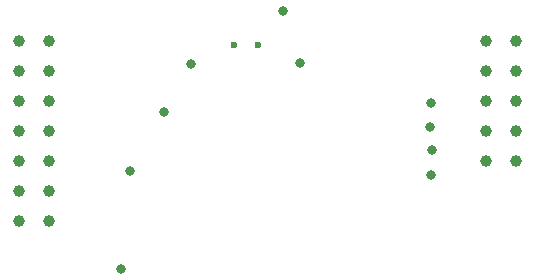
<source format=gbr>
%TF.GenerationSoftware,KiCad,Pcbnew,6.0.6-2.fc36*%
%TF.CreationDate,2022-07-19T13:12:57+02:00*%
%TF.ProjectId,touch-testcontroller-testboard,746f7563-682d-4746-9573-74636f6e7472,rev?*%
%TF.SameCoordinates,Original*%
%TF.FileFunction,Plated,1,2,PTH,Drill*%
%TF.FilePolarity,Positive*%
%FSLAX46Y46*%
G04 Gerber Fmt 4.6, Leading zero omitted, Abs format (unit mm)*
G04 Created by KiCad (PCBNEW 6.0.6-2.fc36) date 2022-07-19 13:12:57*
%MOMM*%
%LPD*%
G01*
G04 APERTURE LIST*
%TA.AperFunction,ComponentDrill*%
%ADD10C,0.600000*%
%TD*%
%TA.AperFunction,ViaDrill*%
%ADD11C,0.800000*%
%TD*%
%TA.AperFunction,ComponentDrill*%
%ADD12C,1.000000*%
%TD*%
G04 APERTURE END LIST*
D10*
%TO.C,C1*%
X78927401Y-64400000D03*
X80927401Y-64400000D03*
%TD*%
D11*
X69400000Y-83300000D03*
X70100000Y-75000000D03*
X72999500Y-70000000D03*
X75300000Y-66000000D03*
X83100000Y-61500000D03*
X84500000Y-65900000D03*
X95500000Y-71300000D03*
X95600000Y-69300000D03*
X95600000Y-75400000D03*
X95700000Y-73300000D03*
D12*
%TO.C,J1*%
X60700000Y-64000000D03*
X60700000Y-66540000D03*
X60700000Y-69080000D03*
X60700000Y-71620000D03*
X60700000Y-74160000D03*
X60700000Y-76700000D03*
X60700000Y-79240000D03*
X63240000Y-64000000D03*
X63240000Y-66540000D03*
X63240000Y-69080000D03*
X63240000Y-71620000D03*
X63240000Y-74160000D03*
X63240000Y-76700000D03*
X63240000Y-79240000D03*
%TO.C,J2*%
X100247500Y-64000000D03*
X100247500Y-66540000D03*
X100247500Y-69080000D03*
X100247500Y-71620000D03*
X100247500Y-74160000D03*
X102787500Y-64000000D03*
X102787500Y-66540000D03*
X102787500Y-69080000D03*
X102787500Y-71620000D03*
X102787500Y-74160000D03*
M02*

</source>
